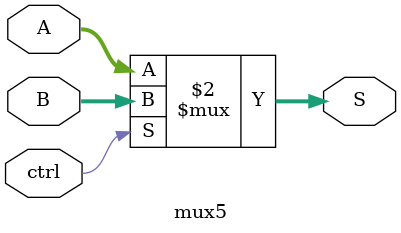
<source format=v>
`timescale 1ns / 1ps
module mux5(
	input wire [4:0] A,
	input wire [4:0] B,
	input wire ctrl,
	output wire [4:0] S
    );
	assign S = (ctrl==0)?(A):(B);
endmodule

</source>
